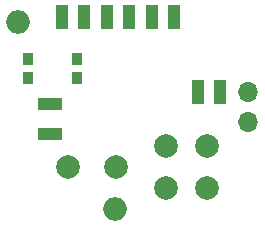
<source format=gbr>
%TF.GenerationSoftware,KiCad,Pcbnew,(6.0.9)*%
%TF.CreationDate,2024-03-30T18:12:03+01:00*%
%TF.ProjectId,HBW-IO-4-FM_Platine1,4842572d-494f-42d3-942d-464d5f506c61,rev?*%
%TF.SameCoordinates,Original*%
%TF.FileFunction,Soldermask,Bot*%
%TF.FilePolarity,Negative*%
%FSLAX46Y46*%
G04 Gerber Fmt 4.6, Leading zero omitted, Abs format (unit mm)*
G04 Created by KiCad (PCBNEW (6.0.9)) date 2024-03-30 18:12:03*
%MOMM*%
%LPD*%
G01*
G04 APERTURE LIST*
%ADD10O,2.000000X2.000000*%
%ADD11O,1.700000X1.700000*%
%ADD12R,2.000000X1.000000*%
%ADD13R,0.900000X1.000000*%
%ADD14R,1.000000X2.000000*%
%ADD15C,2.000000*%
G04 APERTURE END LIST*
D10*
%TO.C,ST2*%
X132600000Y-100300000D03*
%TD*%
D11*
%TO.C,J1*%
X143900000Y-90425000D03*
X143900000Y-92965000D03*
%TD*%
D10*
%TO.C,ST1*%
X124400000Y-84500000D03*
%TD*%
D12*
%TO.C,D1*%
X127100000Y-94000000D03*
X127100000Y-91460000D03*
%TD*%
D13*
%TO.C,SW1*%
X129350000Y-89200000D03*
X125250000Y-89200000D03*
X125250000Y-87600000D03*
X129350000Y-87600000D03*
%TD*%
D14*
%TO.C,ST10*%
X139600000Y-90400000D03*
%TD*%
%TO.C,ST3*%
X137600000Y-84100000D03*
%TD*%
%TO.C,ST4*%
X131900000Y-84100000D03*
%TD*%
%TO.C,ST5*%
X130000000Y-84100000D03*
%TD*%
%TO.C,ST9*%
X141500000Y-90400000D03*
%TD*%
D15*
%TO.C,ISP*%
X140400000Y-98550000D03*
X140400000Y-95000000D03*
X136900000Y-98550000D03*
X136900000Y-95000000D03*
X132650000Y-96800000D03*
X128650000Y-96800000D03*
%TD*%
D14*
%TO.C,ST6*%
X135700000Y-84100000D03*
%TD*%
%TO.C,ST7*%
X128100000Y-84100000D03*
%TD*%
%TO.C,ST8*%
X133800000Y-84100000D03*
%TD*%
M02*

</source>
